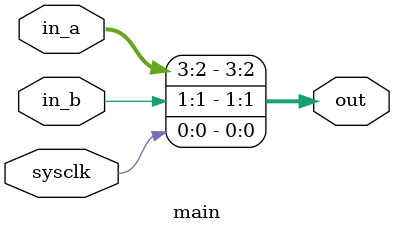
<source format=sv>
module main(
	input sysclk,
	input [3:0] in_a,
	input [3:0] in_b,
	output [3:0] out
);
	
	assign out = {in_a[3:2], in_b[1], sysclk};
		
	
endmodule

</source>
